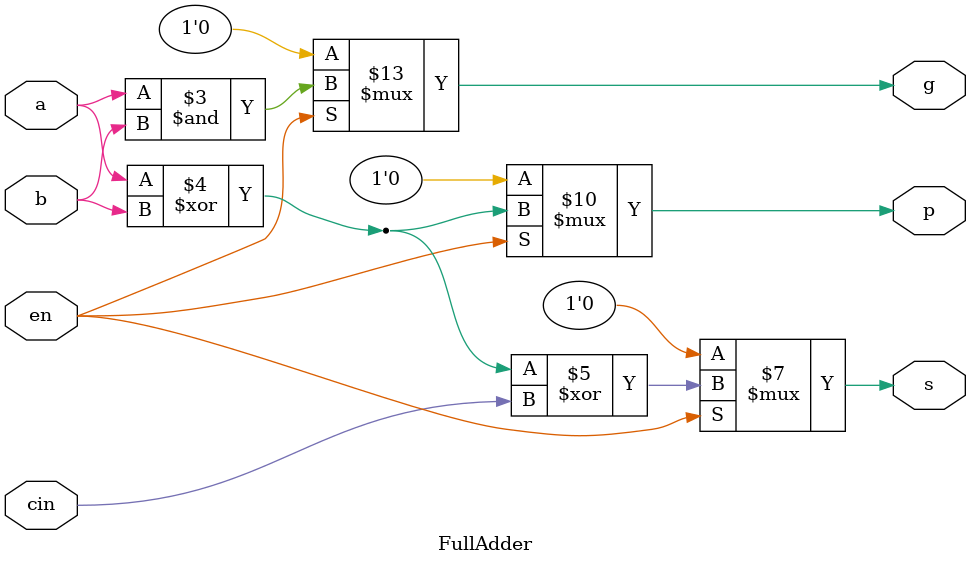
<source format=sv>
`timescale 1ns / 1ps


module FullAdder(
   input a,
   input b,
   input cin,
   input en,
   output reg s,
   output reg g,
   output reg p
    );
    always_comb
    if (en==1)begin
      g = a & b;
      p = a ^ b;
      s = p ^ cin;
      end
      else begin
      g=0;
      p=0;
      s=0;
      end
endmodule

</source>
